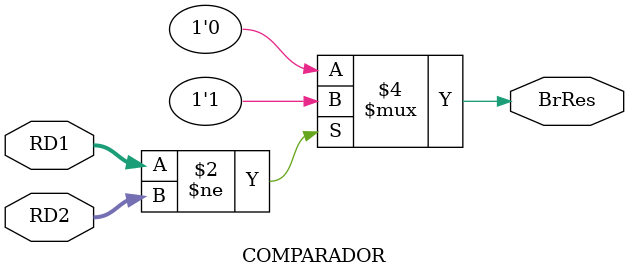
<source format=v>
`timescale 1ns / 1ps
/*
Funcionalidad: Comparar dos registros e indicar si no son iguales
Entradas: 
RD1: registro 1
RD2: registro 2

Salida:
BrRes: Indica si no son iguales 

Razón de uso:
Se desarrolló este comparador fuera de la ALU con el fin de ejecutar la suma
de PC + imm de manera parela
*/
//////////////////////////////////////////////////////////////////////////////////
module COMPARADOR(
    input [31:0] RD1,
    input [31:0] RD2,
    output reg BrRes
    );
	 
	 //Se determina si el registro 1 no es igual al registro 2
	 always @(*)
      if (RD1 != RD2)
         BrRes <= 1'b1; //BrRes se establece en 1 si no iguales
      else
         BrRes <= 1'b0; ////BrRes se establece en 0 si iguales
endmodule

</source>
